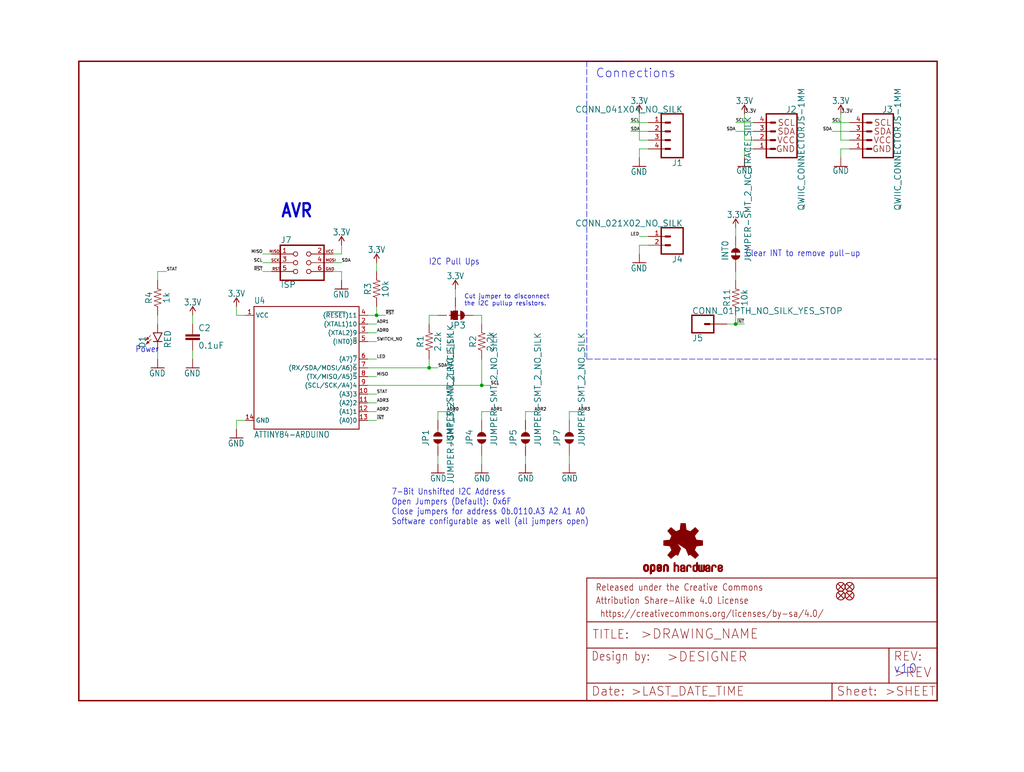
<source format=kicad_sch>
(kicad_sch (version 20211123) (generator eeschema)
  (paper "User" 297.002 223.926)
  (lib_symbols
    (symbol "eagleSchem-eagle-import:0.1UF-0603-25V-(+80{slash}-20%)"
      (property "Reference" "C" (at 1.524 2.921 0))
      (property "Value" "0.1UF-0603-25V-(+80{slash}-20%)" (at 1.524 -2.159 0))
      (symbol "0.1UF-0603-25V-(+80{slash}-20%)_1_0"
        (pin passive line (at 0 5.08 270) (length 2.54) (name "1") (number "1"))
        (pin passive line (at 0 -2.54 90) (length 2.54) (name "2") (number "2"))
      )
    )
    (symbol "eagleSchem-eagle-import:10KOHM-0603-1{slash}10W-1%"
      (property "Reference" "R" (at 0 1.524 0))
      (property "Value" "10KOHM-0603-1{slash}10W-1%" (at 0 -1.524 0))
      (symbol "10KOHM-0603-1{slash}10W-1%_1_0"
        (pin passive line (at -5.08 0 0) (length 2.54) (name "1") (number "1"))
        (pin passive line (at 5.08 0 180) (length 2.54) (name "2") (number "2"))
      )
    )
    (symbol "eagleSchem-eagle-import:1KOHM-0603-1{slash}10W-1%"
      (property "Reference" "R" (at 0 1.524 0))
      (property "Value" "1KOHM-0603-1{slash}10W-1%" (at 0 -1.524 0))
      (symbol "1KOHM-0603-1{slash}10W-1%_1_0"
        (pin passive line (at -5.08 0 0) (length 2.54) (name "1") (number "1"))
        (pin passive line (at 5.08 0 180) (length 2.54) (name "2") (number "2"))
      )
    )
    (symbol "eagleSchem-eagle-import:2.2KOHM-0603-1{slash}10W-1%"
      (property "Reference" "R" (at 0 1.524 0))
      (property "Value" "2.2KOHM-0603-1{slash}10W-1%" (at 0 -1.524 0))
      (symbol "2.2KOHM-0603-1{slash}10W-1%_1_0"
        (pin passive line (at -5.08 0 0) (length 2.54) (name "1") (number "1"))
        (pin passive line (at 5.08 0 180) (length 2.54) (name "2") (number "2"))
      )
    )
    (symbol "eagleSchem-eagle-import:3.3V" (power)
      (property "Value" "3.3V" (at 0 2.794 0))
      (symbol "3.3V_1_0"
        (pin power_in line (at 0 0 90) (length 2.54) (name "3.3V") (number "1"))
      )
    )
    (symbol "eagleSchem-eagle-import:ATTINY84-ARDUINO"
      (property "Reference" "U" (at -15.24 18.542 0))
      (property "Value" "ATTINY84-ARDUINO" (at -15.24 -20.32 0))
      (symbol "ATTINY84-ARDUINO_1_0"
        (pin bidirectional line (at -17.78 15.24 0) (length 2.54) (name "VCC") (number "1"))
        (pin bidirectional line (at 17.78 -7.62 180) (length 2.54) (name "(A3)3") (number "10"))
        (pin bidirectional line (at 17.78 -10.16 180) (length 2.54) (name "(A2)2") (number "11"))
        (pin bidirectional line (at 17.78 -12.7 180) (length 2.54) (name "(A1)1") (number "12"))
        (pin bidirectional line (at 17.78 -15.24 180) (length 2.54) (name "(A0)0") (number "13"))
        (pin bidirectional line (at -17.78 -15.24 0) (length 2.54) (name "GND") (number "14"))
        (pin bidirectional line (at 17.78 12.7 180) (length 2.54) (name "(XTAL1)10") (number "2"))
        (pin bidirectional line (at 17.78 10.16 180) (length 2.54) (name "(XTAL2)9") (number "3"))
        (pin bidirectional line (at 17.78 15.24 180) (length 2.54) (name "(~{RESET})11") (number "4"))
        (pin bidirectional line (at 17.78 7.62 180) (length 2.54) (name "(INT0)~{8}") (number "5"))
        (pin bidirectional line (at 17.78 2.54 180) (length 2.54) (name "(A7)~{7}") (number "6"))
        (pin bidirectional line (at 17.78 0 180) (length 2.54) (name "(RX/SDA/MOSI/A6)~{6}") (number "7"))
        (pin bidirectional line (at 17.78 -2.54 180) (length 2.54) (name "(TX/MISO/A5)~{5}") (number "8"))
        (pin bidirectional line (at 17.78 -5.08 180) (length 2.54) (name "(SCL/SCK/A4)4") (number "9"))
      )
    )
    (symbol "eagleSchem-eagle-import:AVR_SPI_PROG_3X2TESTPOINTS"
      (property "Reference" "J" (at -5.08 5.588 0))
      (property "Value" "AVR_SPI_PROG_3X2TESTPOINTS" (at -5.08 -7.366 0))
      (symbol "AVR_SPI_PROG_3X2TESTPOINTS_1_0"
        (text "GND" (at 8.001 -2.286 0) (effects (font (size 0.8128 0.8128)) (justify left bottom)))
        (text "MISO" (at -5.207 2.794 0) (effects (font (size 0.8128 0.8128)) (justify right bottom)))
        (text "MOSI" (at 8.001 0.254 0) (effects (font (size 0.8128 0.8128)) (justify left bottom)))
        (text "RST" (at -5.08 -2.286 0) (effects (font (size 0.8128 0.8128)) (justify right bottom)))
        (text "SCK" (at -5.207 0.254 0) (effects (font (size 0.8128 0.8128)) (justify right bottom)))
        (text "VCC" (at 8.001 2.794 0) (effects (font (size 0.8128 0.8128)) (justify left bottom)))
        (pin passive inverted (at -7.62 2.54 0) (length 7.62) (name "1") (number "1"))
        (pin passive inverted (at 10.16 2.54 180) (length 7.62) (name "2") (number "2"))
        (pin passive inverted (at -7.62 0 0) (length 7.62) (name "3") (number "3"))
        (pin passive inverted (at 10.16 0 180) (length 7.62) (name "4") (number "4"))
        (pin passive inverted (at -7.62 -2.54 0) (length 7.62) (name "5") (number "5"))
        (pin passive inverted (at 10.16 -2.54 180) (length 7.62) (name "6") (number "6"))
      )
    )
    (symbol "eagleSchem-eagle-import:CONN_01PTH_NO_SILK_YES_STOP"
      (property "Reference" "J" (at -2.54 3.048 0))
      (property "Value" "CONN_01PTH_NO_SILK_YES_STOP" (at -2.54 -4.826 0))
      (symbol "CONN_01PTH_NO_SILK_YES_STOP_1_0"
        (pin passive line (at 7.62 0 180) (length 5.08) (name "1") (number "1"))
      )
    )
    (symbol "eagleSchem-eagle-import:CONN_021X02_NO_SILK"
      (property "Reference" "J" (at -2.54 5.588 0))
      (property "Value" "CONN_021X02_NO_SILK" (at -2.54 -4.826 0))
      (symbol "CONN_021X02_NO_SILK_1_0"
        (pin passive line (at 7.62 0 180) (length 5.08) (name "1") (number "1"))
        (pin passive line (at 7.62 2.54 180) (length 5.08) (name "2") (number "2"))
      )
    )
    (symbol "eagleSchem-eagle-import:CONN_041X04_NO_SILK"
      (property "Reference" "J" (at -5.08 8.128 0))
      (property "Value" "CONN_041X04_NO_SILK" (at -5.08 -7.366 0))
      (symbol "CONN_041X04_NO_SILK_1_0"
        (pin passive line (at 5.08 -2.54 180) (length 5.08) (name "1") (number "1"))
        (pin passive line (at 5.08 0 180) (length 5.08) (name "2") (number "2"))
        (pin passive line (at 5.08 2.54 180) (length 5.08) (name "3") (number "3"))
        (pin passive line (at 5.08 5.08 180) (length 5.08) (name "4") (number "4"))
      )
    )
    (symbol "eagleSchem-eagle-import:FIDUCIALUFIDUCIAL")
    (symbol "eagleSchem-eagle-import:FRAME-LETTER"
      (symbol "FRAME-LETTER_2_0"
        (text " https://creativecommons.org/licenses/by-sa/4.0/" (at 2.54 24.13 0) (effects (font (size 1.9304 1.6408)) (justify left bottom)))
        (text ">DESIGNER" (at 23.114 11.176 0) (effects (font (size 2.7432 2.7432)) (justify left bottom)))
        (text ">DRAWING_NAME" (at 15.494 17.78 0) (effects (font (size 2.7432 2.7432)) (justify left bottom)))
        (text ">LAST_DATE_TIME" (at 12.7 1.27 0) (effects (font (size 2.54 2.54)) (justify left bottom)))
        (text ">REV" (at 88.9 6.604 0) (effects (font (size 2.7432 2.7432)) (justify left bottom)))
        (text ">SHEET" (at 86.36 1.27 0) (effects (font (size 2.54 2.54)) (justify left bottom)))
        (text "Attribution Share-Alike 4.0 License" (at 2.54 27.94 0) (effects (font (size 1.9304 1.6408)) (justify left bottom)))
        (text "Date:" (at 1.27 1.27 0) (effects (font (size 2.54 2.54)) (justify left bottom)))
        (text "Design by:" (at 1.27 11.43 0) (effects (font (size 2.54 2.159)) (justify left bottom)))
        (text "Released under the Creative Commons" (at 2.54 31.75 0) (effects (font (size 1.9304 1.6408)) (justify left bottom)))
        (text "REV:" (at 88.9 11.43 0) (effects (font (size 2.54 2.54)) (justify left bottom)))
        (text "Sheet:" (at 72.39 1.27 0) (effects (font (size 2.54 2.54)) (justify left bottom)))
        (text "TITLE:" (at 1.524 17.78 0) (effects (font (size 2.54 2.54)) (justify left bottom)))
      )
    )
    (symbol "eagleSchem-eagle-import:GND" (power)
      (property "Value" "GND" (at -2.54 -2.54 0))
      (symbol "GND_1_0"
        (pin power_in line (at 0 2.54 270) (length 2.54) (name "GND") (number "1"))
      )
    )
    (symbol "eagleSchem-eagle-import:JUMPER-SMT_2_NC_TRACE_SILK"
      (property "Reference" "JP" (at -2.54 2.54 0))
      (property "Value" "JUMPER-SMT_2_NC_TRACE_SILK" (at -2.54 -2.54 0))
      (symbol "JUMPER-SMT_2_NC_TRACE_SILK_1_0"
        (pin passive line (at -5.08 0 0) (length 2.54) (name "1") (number "1"))
        (pin passive line (at 5.08 0 180) (length 2.54) (name "2") (number "2"))
      )
    )
    (symbol "eagleSchem-eagle-import:JUMPER-SMT_2_NO_SILK"
      (property "Reference" "JP" (at -2.54 2.54 0))
      (property "Value" "JUMPER-SMT_2_NO_SILK" (at -2.54 -2.54 0))
      (symbol "JUMPER-SMT_2_NO_SILK_1_0"
        (pin passive line (at -5.08 0 0) (length 2.54) (name "1") (number "1"))
        (pin passive line (at 5.08 0 180) (length 2.54) (name "2") (number "2"))
      )
    )
    (symbol "eagleSchem-eagle-import:JUMPER-SMT_3_2-NC_TRACE_SILK"
      (property "Reference" "JP" (at 2.54 0.381 0))
      (property "Value" "JUMPER-SMT_3_2-NC_TRACE_SILK" (at 2.54 -0.381 0))
      (symbol "JUMPER-SMT_3_2-NC_TRACE_SILK_1_0"
        (pin passive line (at 0 5.08 270) (length 2.54) (name "1") (number "1"))
        (pin passive line (at -5.08 0 0) (length 2.54) (name "2") (number "2"))
        (pin passive line (at 0 -5.08 90) (length 2.54) (name "3") (number "3"))
      )
    )
    (symbol "eagleSchem-eagle-import:LED-RED0603"
      (property "Reference" "D" (at -3.429 -4.572 90))
      (property "Value" "LED-RED0603" (at 1.905 -4.572 90))
      (symbol "LED-RED0603_1_0"
        (pin passive line (at 0 2.54 270) (length 2.54) (name "A") (number "A"))
        (pin passive line (at 0 -5.08 90) (length 2.54) (name "C") (number "C"))
      )
    )
    (symbol "eagleSchem-eagle-import:OSHW-LOGOMINI")
    (symbol "eagleSchem-eagle-import:QWIIC_CONNECTORJS-1MM"
      (property "Reference" "J" (at -5.08 7.874 0))
      (property "Value" "QWIIC_CONNECTORJS-1MM" (at -5.08 -5.334 0))
      (symbol "QWIIC_CONNECTORJS-1MM_1_0"
        (text "GND" (at -4.572 -2.54 0) (effects (font (size 1.778 1.778)) (justify left)))
        (text "SCL" (at -4.572 5.08 0) (effects (font (size 1.778 1.778)) (justify left)))
        (text "SDA" (at -4.572 2.54 0) (effects (font (size 1.778 1.778)) (justify left)))
        (text "VCC" (at -4.572 0 0) (effects (font (size 1.778 1.778)) (justify left)))
        (pin power_in line (at 7.62 -2.54 180) (length 5.08) (name "1") (number "1"))
        (pin power_in line (at 7.62 0 180) (length 5.08) (name "2") (number "2"))
        (pin passive line (at 7.62 2.54 180) (length 5.08) (name "3") (number "3"))
        (pin passive line (at 7.62 5.08 180) (length 5.08) (name "4") (number "4"))
      )
    )
    (symbol "eagleSchem-eagle-import:VCC" (power)
      (property "Value" "VCC" (at 0 2.794 0))
      (symbol "VCC_1_0"
        (pin power_in line (at 0 0 90) (length 2.54) (name "VCC") (number "1"))
      )
    )
  )
  (junction (at 109.22 91.44))
  (junction (at 213.36 93.98))
  (junction (at 139.7 111.76))
  (junction (at 124.46 106.68))
  (wire (pts (xy 215.9 40.64) (xy 218.44 40.64)))
  (wire (pts (xy 246.38 38.1) (xy 241.3 38.1)))
  (wire (pts (xy 106.68 93.98) (xy 109.22 93.98)))
  (wire (pts (xy 45.72 78.74) (xy 48.26 78.74)))
  (wire (pts (xy 127 91.44) (xy 124.46 91.44)))
  (wire (pts (xy 187.96 35.56) (xy 182.88 35.56)))
  (wire (pts (xy 78.74 78.74) (xy 76.2 78.74)))
  (wire (pts (xy 127 121.92) (xy 127 119.38)))
  (wire (pts (xy 215.9 43.18) (xy 215.9 45.72)))
  (wire (pts (xy 185.42 45.72) (xy 185.42 43.18)))
  (wire (pts (xy 187.96 40.64) (xy 185.42 40.64)))
  (wire (pts (xy 187.96 43.18) (xy 185.42 43.18)))
  (wire (pts (xy 213.36 91.44) (xy 213.36 93.98)))
  (wire (pts (xy 187.96 38.1) (xy 182.88 38.1)))
  (wire (pts (xy 185.42 71.12) (xy 185.42 73.66)))
  (wire (pts (xy 68.58 121.92) (xy 68.58 124.46)))
  (wire (pts (xy 106.68 116.84) (xy 109.22 116.84)))
  (polyline (pts (xy 180.34 17.78) (xy 170.18 17.78)))
  (wire (pts (xy 246.38 35.56) (xy 241.3 35.56)))
  (wire (pts (xy 109.22 78.74) (xy 109.22 76.2)))
  (wire (pts (xy 71.12 121.92) (xy 68.58 121.92)))
  (wire (pts (xy 165.1 119.38) (xy 167.64 119.38)))
  (wire (pts (xy 139.7 121.92) (xy 139.7 119.38)))
  (wire (pts (xy 109.22 91.44) (xy 109.22 88.9)))
  (wire (pts (xy 55.88 101.6) (xy 55.88 104.14)))
  (wire (pts (xy 55.88 93.98) (xy 55.88 91.44)))
  (wire (pts (xy 139.7 104.14) (xy 139.7 111.76)))
  (wire (pts (xy 218.44 43.18) (xy 215.9 43.18)))
  (wire (pts (xy 106.68 104.14) (xy 109.22 104.14)))
  (wire (pts (xy 127 119.38) (xy 129.54 119.38)))
  (wire (pts (xy 187.96 71.12) (xy 185.42 71.12)))
  (wire (pts (xy 124.46 91.44) (xy 124.46 93.98)))
  (wire (pts (xy 106.68 111.76) (xy 139.7 111.76)))
  (polyline (pts (xy 170.18 17.78) (xy 170.18 104.14)))
  (wire (pts (xy 139.7 132.08) (xy 139.7 134.62)))
  (wire (pts (xy 106.68 91.44) (xy 109.22 91.44)))
  (wire (pts (xy 139.7 91.44) (xy 139.7 93.98)))
  (wire (pts (xy 99.06 78.74) (xy 99.06 81.28)))
  (wire (pts (xy 213.36 93.98) (xy 215.9 93.98)))
  (wire (pts (xy 152.4 121.92) (xy 152.4 119.38)))
  (wire (pts (xy 215.9 33.02) (xy 215.9 40.64)))
  (wire (pts (xy 218.44 35.56) (xy 213.36 35.56)))
  (wire (pts (xy 124.46 106.68) (xy 127 106.68)))
  (wire (pts (xy 185.42 33.02) (xy 185.42 40.64)))
  (wire (pts (xy 152.4 119.38) (xy 154.94 119.38)))
  (wire (pts (xy 45.72 104.14) (xy 45.72 101.6)))
  (wire (pts (xy 213.36 66.04) (xy 213.36 68.58)))
  (wire (pts (xy 106.68 119.38) (xy 109.22 119.38)))
  (wire (pts (xy 68.58 91.44) (xy 68.58 88.9)))
  (wire (pts (xy 246.38 43.18) (xy 243.84 43.18)))
  (wire (pts (xy 78.74 73.66) (xy 76.2 73.66)))
  (wire (pts (xy 243.84 33.02) (xy 243.84 40.64)))
  (wire (pts (xy 106.68 96.52) (xy 109.22 96.52)))
  (wire (pts (xy 106.68 99.06) (xy 109.22 99.06)))
  (polyline (pts (xy 170.18 104.14) (xy 271.78 104.14)))
  (wire (pts (xy 106.68 109.22) (xy 109.22 109.22)))
  (wire (pts (xy 139.7 111.76) (xy 142.24 111.76)))
  (wire (pts (xy 96.52 78.74) (xy 99.06 78.74)))
  (wire (pts (xy 45.72 81.28) (xy 45.72 78.74)))
  (wire (pts (xy 132.08 86.36) (xy 132.08 83.82)))
  (wire (pts (xy 106.68 121.92) (xy 109.22 121.92)))
  (wire (pts (xy 165.1 132.08) (xy 165.1 134.62)))
  (wire (pts (xy 210.82 93.98) (xy 213.36 93.98)))
  (wire (pts (xy 106.68 106.68) (xy 124.46 106.68)))
  (wire (pts (xy 139.7 119.38) (xy 142.24 119.38)))
  (wire (pts (xy 165.1 121.92) (xy 165.1 119.38)))
  (wire (pts (xy 218.44 38.1) (xy 213.36 38.1)))
  (wire (pts (xy 213.36 78.74) (xy 213.36 81.28)))
  (wire (pts (xy 152.4 132.08) (xy 152.4 134.62)))
  (wire (pts (xy 243.84 40.64) (xy 246.38 40.64)))
  (wire (pts (xy 99.06 71.12) (xy 99.06 73.66)))
  (wire (pts (xy 187.96 68.58) (xy 185.42 68.58)))
  (wire (pts (xy 243.84 43.18) (xy 243.84 45.72)))
  (wire (pts (xy 78.74 76.2) (xy 76.2 76.2)))
  (wire (pts (xy 137.16 91.44) (xy 139.7 91.44)))
  (wire (pts (xy 96.52 76.2) (xy 99.06 76.2)))
  (wire (pts (xy 124.46 104.14) (xy 124.46 106.68)))
  (wire (pts (xy 71.12 91.44) (xy 68.58 91.44)))
  (wire (pts (xy 96.52 73.66) (xy 99.06 73.66)))
  (wire (pts (xy 127 132.08) (xy 127 134.62)))
  (wire (pts (xy 106.68 114.3) (xy 109.22 114.3)))
  (wire (pts (xy 45.72 93.98) (xy 45.72 91.44)))
  (wire (pts (xy 109.22 91.44) (xy 111.76 91.44)))
  (text "Cut jumper to disconnect\nthe I2C pullup resistors." (at 134.62 88.9 180) (effects (font (size 1.27 1.27)) (justify left bottom)))
  (text "7-Bit Unshifted I2C Address\nOpen Jumpers (Default): 0x6F\nClose jumpers for address 0b.0110.A3 A2 A1 A0\nSoftware configurable as well (all jumpers open)" (at 113.538 152.4 180) (effects (font (size 1.778 1.5113)) (justify left bottom)))
  (text "v10" (at 259.08 195.58 180) (effects (font (size 2.54 2.54)) (justify left bottom)))
  (text "AVR" (at 81.28 63.5 180) (effects (font (size 3.81 3.2385) (thickness 0.6477) bold) (justify left bottom)))
  (text "Clear INT to remove pull-up" (at 216.154 74.676 180) (effects (font (size 1.778 1.5113)) (justify left bottom)))
  (text "Power" (at 39.243 102.489 180) (effects (font (size 1.778 1.5113)) (justify left bottom)))
  (text "Connections" (at 172.72 22.86 180) (effects (font (size 2.54 2.54)) (justify left bottom)))
  (text "I2C Pull Ups" (at 124.333 77.089 180) (effects (font (size 1.778 1.5113)) (justify left bottom)))
  (label "ADR0" (at 109.22 96.52 0) (effects (font (size 0.889 0.889))))
  (label "~{RST}" (at 76.2 78.74 180) (effects (font (size 0.889 0.889))))
  (label "LED" (at 109.22 104.14 0) (effects (font (size 0.889 0.889))))
  (label "SDA" (at 99.06 76.2 0) (effects (font (size 0.889 0.889))))
  (label "SDA" (at 127 106.68 0) (effects (font (size 0.889 0.889))))
  (label "~{INT}" (at 109.22 121.92 0) (effects (font (size 0.889 0.889))))
  (label "SDA" (at 182.88 38.1 0) (effects (font (size 0.889 0.889))))
  (label "SWITCH_NO" (at 109.22 99.06 0) (effects (font (size 0.889 0.889))))
  (label "SCL" (at 142.24 111.76 0) (effects (font (size 0.889 0.889))))
  (label "ADR3" (at 109.22 116.84 0) (effects (font (size 0.889 0.889))))
  (label "SDA" (at 241.3 38.1 180) (effects (font (size 0.889 0.889))))
  (label "3.3V" (at 243.84 33.02 0) (effects (font (size 1.016 1.016))))
  (label "ADR2" (at 154.94 119.38 0) (effects (font (size 0.889 0.889))))
  (label "ADR1" (at 109.22 93.98 0) (effects (font (size 0.889 0.889))))
  (label "STAT" (at 48.26 78.74 0) (effects (font (size 0.889 0.889))))
  (label "~{RST}" (at 111.76 91.44 0) (effects (font (size 0.889 0.889))))
  (label "ADR1" (at 142.24 119.38 0) (effects (font (size 0.889 0.889))))
  (label "SCL" (at 213.36 35.56 0) (effects (font (size 0.889 0.889))))
  (label "MISO" (at 109.22 109.22 0) (effects (font (size 0.889 0.889))))
  (label "SCL" (at 241.3 35.56 0) (effects (font (size 0.889 0.889))))
  (label "SCL" (at 182.88 35.56 0) (effects (font (size 0.889 0.889))))
  (label "ADR0" (at 129.54 119.38 0) (effects (font (size 0.889 0.889))))
  (label "LED" (at 185.42 68.58 180) (effects (font (size 0.889 0.889))))
  (label "STAT" (at 109.22 114.3 0) (effects (font (size 0.889 0.889))))
  (label "ADR2" (at 109.22 119.38 0) (effects (font (size 0.889 0.889))))
  (label "SCL" (at 76.2 76.2 180) (effects (font (size 0.889 0.889))))
  (label "ADR3" (at 167.64 119.38 0) (effects (font (size 0.889 0.889))))
  (label "~{INT}" (at 215.9 93.98 180) (effects (font (size 0.889 0.889))))
  (label "3.3V" (at 215.9 33.02 0) (effects (font (size 1.016 1.016))))
  (label "MISO" (at 76.2 73.66 180) (effects (font (size 0.889 0.889))))
  (label "SDA" (at 213.36 38.1 180) (effects (font (size 0.889 0.889))))
  (symbol (lib_id "eagleSchem-eagle-import:GND") (at 185.42 76.2 0) (unit 1)
    (property "Reference" "#GND1" (effects hide))
    (property "Value" "GND" (at 182.88 78.74 0) (effects (font (size 1.778 1.5113)) (justify left bottom)))
    (property "Footprint" "eagleSchem:" (effects hide))
  )
  (symbol (lib_id "eagleSchem-eagle-import:3.3V") (at 213.36 66.04 0) (unit 1)
    (property "Reference" "#SUPPLY5" (effects hide))
    (property "Value" "3.3V" (at 213.36 63.246 0) (effects (font (size 1.778 1.5113)) (justify bottom)))
    (property "Footprint" "eagleSchem:" (effects hide))
  )
  (symbol (lib_id "eagleSchem-eagle-import:JUMPER-SMT_2_NO_SILK") (at 127 127 90) (unit 1)
    (property "Reference" "JP1" (at 124.46 129.54 0) (effects (font (size 1.778 1.778)) (justify left bottom)))
    (property "Value" "JUMPER-SMT_2_NO_SILK" (at 129.54 129.54 0) (effects (font (size 1.778 1.778)) (justify left top)))
    (property "Footprint" "eagleSchem:SMT-JUMPER_2_NO_SILK" (effects hide))
  )
  (symbol (lib_id "eagleSchem-eagle-import:OSHW-LOGOMINI") (at 198.12 157.48 0) (unit 1)
    (property "Reference" "LOGO1" (effects hide))
    (property "Value" "OSHW-LOGOMINI" (effects hide))
    (property "Footprint" "eagleSchem:OSHW-LOGO-MINI" (effects hide))
  )
  (symbol (lib_id "eagleSchem-eagle-import:FIDUCIALUFIDUCIAL") (at 243.84 172.72 0) (unit 1)
    (property "Reference" "JP8" (effects hide))
    (property "Value" "FIDUCIALUFIDUCIAL" (effects hide))
    (property "Footprint" "eagleSchem:MICRO-FIDUCIAL" (effects hide))
  )
  (symbol (lib_id "eagleSchem-eagle-import:GND") (at 45.72 106.68 0) (unit 1)
    (property "Reference" "#GND10" (effects hide))
    (property "Value" "GND" (at 43.18 109.22 0) (effects (font (size 1.778 1.5113)) (justify left bottom)))
    (property "Footprint" "eagleSchem:" (effects hide))
  )
  (symbol (lib_id "eagleSchem-eagle-import:AVR_SPI_PROG_3X2TESTPOINTS") (at 86.36 76.2 0) (unit 1)
    (property "Reference" "J7" (at 81.28 70.612 0) (effects (font (size 1.778 1.778)) (justify left bottom)))
    (property "Value" "ISP" (at 81.28 83.566 0) (effects (font (size 1.778 1.778)) (justify left bottom)))
    (property "Footprint" "eagleSchem:2X3_TEST_POINTS" (effects hide))
  )
  (symbol (lib_id "eagleSchem-eagle-import:FIDUCIALUFIDUCIAL") (at 246.38 170.18 0) (unit 1)
    (property "Reference" "JP6" (effects hide))
    (property "Value" "FIDUCIALUFIDUCIAL" (effects hide))
    (property "Footprint" "eagleSchem:MICRO-FIDUCIAL" (effects hide))
  )
  (symbol (lib_id "eagleSchem-eagle-import:3.3V") (at 185.42 33.02 0) (unit 1)
    (property "Reference" "#SUPPLY12" (effects hide))
    (property "Value" "3.3V" (at 185.42 30.226 0) (effects (font (size 1.778 1.5113)) (justify bottom)))
    (property "Footprint" "eagleSchem:" (effects hide))
  )
  (symbol (lib_id "eagleSchem-eagle-import:JUMPER-SMT_2_NO_SILK") (at 152.4 127 90) (unit 1)
    (property "Reference" "JP5" (at 149.86 129.54 0) (effects (font (size 1.778 1.778)) (justify left bottom)))
    (property "Value" "JUMPER-SMT_2_NO_SILK" (at 154.94 129.54 0) (effects (font (size 1.778 1.778)) (justify left top)))
    (property "Footprint" "eagleSchem:SMT-JUMPER_2_NO_SILK" (effects hide))
  )
  (symbol (lib_id "eagleSchem-eagle-import:QWIIC_CONNECTORJS-1MM") (at 226.06 40.64 0) (mirror y) (unit 1)
    (property "Reference" "J2" (at 231.14 32.766 0) (effects (font (size 1.778 1.778)) (justify left bottom)))
    (property "Value" "QWIIC_CONNECTORJS-1MM" (at 231.394 25.4 90) (effects (font (size 1.778 1.778)) (justify right bottom)))
    (property "Footprint" "eagleSchem:JST04_1MM_RA" (effects hide))
  )
  (symbol (lib_id "eagleSchem-eagle-import:10KOHM-0603-1{slash}10W-1%") (at 109.22 83.82 90) (unit 1)
    (property "Reference" "R3" (at 107.696 83.82 0) (effects (font (size 1.778 1.778)) (justify bottom)))
    (property "Value" "10k" (at 110.744 83.82 0) (effects (font (size 1.778 1.778)) (justify top)))
    (property "Footprint" "eagleSchem:0603" (effects hide))
  )
  (symbol (lib_id "eagleSchem-eagle-import:FRAME-LETTER") (at 22.86 203.2 0) (unit 1)
    (property "Reference" "FRAME1" (effects hide))
    (property "Value" "FRAME-LETTER" (effects hide))
    (property "Footprint" "eagleSchem:CREATIVE_COMMONS" (effects hide))
  )
  (symbol (lib_id "eagleSchem-eagle-import:3.3V") (at 55.88 91.44 0) (unit 1)
    (property "Reference" "#SUPPLY2" (effects hide))
    (property "Value" "3.3V" (at 55.88 88.646 0) (effects (font (size 1.778 1.5113)) (justify bottom)))
    (property "Footprint" "eagleSchem:" (effects hide))
  )
  (symbol (lib_id "eagleSchem-eagle-import:GND") (at 139.7 137.16 0) (mirror y) (unit 1)
    (property "Reference" "#GND2" (effects hide))
    (property "Value" "GND" (at 142.24 139.7 0) (effects (font (size 1.778 1.5113)) (justify left bottom)))
    (property "Footprint" "eagleSchem:" (effects hide))
  )
  (symbol (lib_id "eagleSchem-eagle-import:GND") (at 243.84 48.26 0) (unit 1)
    (property "Reference" "#GND6" (effects hide))
    (property "Value" "GND" (at 243.84 48.514 0) (effects (font (size 1.778 1.5113)) (justify top)))
    (property "Footprint" "eagleSchem:" (effects hide))
  )
  (symbol (lib_id "eagleSchem-eagle-import:FIDUCIALUFIDUCIAL") (at 246.38 172.72 0) (unit 1)
    (property "Reference" "JP9" (effects hide))
    (property "Value" "FIDUCIALUFIDUCIAL" (effects hide))
    (property "Footprint" "eagleSchem:MICRO-FIDUCIAL" (effects hide))
  )
  (symbol (lib_id "eagleSchem-eagle-import:2.2KOHM-0603-1{slash}10W-1%") (at 139.7 99.06 90) (unit 1)
    (property "Reference" "R2" (at 138.176 99.06 0) (effects (font (size 1.778 1.778)) (justify bottom)))
    (property "Value" "2.2k" (at 141.224 99.06 0) (effects (font (size 1.778 1.778)) (justify top)))
    (property "Footprint" "eagleSchem:0603" (effects hide))
  )
  (symbol (lib_id "eagleSchem-eagle-import:CONN_021X02_NO_SILK") (at 195.58 68.58 180) (unit 1)
    (property "Reference" "J4" (at 198.12 74.168 0) (effects (font (size 1.778 1.778)) (justify left bottom)))
    (property "Value" "CONN_021X02_NO_SILK" (at 198.12 63.754 0) (effects (font (size 1.778 1.778)) (justify left bottom)))
    (property "Footprint" "eagleSchem:1X02_NO_SILK" (effects hide))
  )
  (symbol (lib_id "eagleSchem-eagle-import:VCC") (at 243.84 33.02 0) (unit 1)
    (property "Reference" "#SUPPLY7" (effects hide))
    (property "Value" "3.3V" (at 243.84 30.226 0) (effects (font (size 1.778 1.5113)) (justify bottom)))
    (property "Footprint" "eagleSchem:" (effects hide))
  )
  (symbol (lib_id "eagleSchem-eagle-import:1KOHM-0603-1{slash}10W-1%") (at 45.72 86.36 90) (unit 1)
    (property "Reference" "R4" (at 44.196 86.36 0) (effects (font (size 1.778 1.778)) (justify bottom)))
    (property "Value" "1k" (at 47.244 86.36 0) (effects (font (size 1.778 1.778)) (justify top)))
    (property "Footprint" "eagleSchem:0603" (effects hide))
  )
  (symbol (lib_id "eagleSchem-eagle-import:JUMPER-SMT_2_NO_SILK") (at 139.7 127 90) (unit 1)
    (property "Reference" "JP4" (at 137.16 129.54 0) (effects (font (size 1.778 1.778)) (justify left bottom)))
    (property "Value" "JUMPER-SMT_2_NO_SILK" (at 142.24 129.54 0) (effects (font (size 1.778 1.778)) (justify left top)))
    (property "Footprint" "eagleSchem:SMT-JUMPER_2_NO_SILK" (effects hide))
  )
  (symbol (lib_id "eagleSchem-eagle-import:ATTINY84-ARDUINO") (at 88.9 106.68 0) (unit 1)
    (property "Reference" "U4" (at 73.66 88.138 0) (effects (font (size 1.778 1.5113)) (justify left bottom)))
    (property "Value" "ATTINY84-ARDUINO" (at 73.66 127 0) (effects (font (size 1.778 1.5113)) (justify left bottom)))
    (property "Footprint" "eagleSchem:SO14" (effects hide))
  )
  (symbol (lib_id "eagleSchem-eagle-import:3.3V") (at 109.22 76.2 0) (unit 1)
    (property "Reference" "#SUPPLY18" (effects hide))
    (property "Value" "3.3V" (at 109.22 73.406 0) (effects (font (size 1.778 1.5113)) (justify bottom)))
    (property "Footprint" "eagleSchem:" (effects hide))
  )
  (symbol (lib_id "eagleSchem-eagle-import:JUMPER-SMT_2_NC_TRACE_SILK") (at 213.36 73.66 90) (unit 1)
    (property "Reference" "INT0" (at 211.328 75.692 0) (effects (font (size 1.778 1.778)) (justify left bottom)))
    (property "Value" "JUMPER-SMT_2_NC_TRACE_SILK" (at 215.9 76.2 0) (effects (font (size 1.778 1.778)) (justify left top)))
    (property "Footprint" "eagleSchem:SMT-JUMPER_2_NC_TRACE_SILK" (effects hide))
  )
  (symbol (lib_id "eagleSchem-eagle-import:3.3V") (at 68.58 88.9 0) (unit 1)
    (property "Reference" "#SUPPLY17" (effects hide))
    (property "Value" "3.3V" (at 68.58 86.106 0) (effects (font (size 1.778 1.5113)) (justify bottom)))
    (property "Footprint" "eagleSchem:" (effects hide))
  )
  (symbol (lib_id "eagleSchem-eagle-import:FIDUCIALUFIDUCIAL") (at 243.84 170.18 0) (unit 1)
    (property "Reference" "JP2" (effects hide))
    (property "Value" "FIDUCIALUFIDUCIAL" (effects hide))
    (property "Footprint" "eagleSchem:MICRO-FIDUCIAL" (effects hide))
  )
  (symbol (lib_id "eagleSchem-eagle-import:LED-RED0603") (at 45.72 96.52 0) (unit 1)
    (property "Reference" "D1" (at 42.291 101.092 90) (effects (font (size 1.778 1.778)) (justify left bottom)))
    (property "Value" "RED" (at 47.625 101.092 90) (effects (font (size 1.778 1.778)) (justify left top)))
    (property "Footprint" "eagleSchem:LED-0603" (effects hide))
  )
  (symbol (lib_id "eagleSchem-eagle-import:10KOHM-0603-1{slash}10W-1%") (at 213.36 86.36 90) (unit 1)
    (property "Reference" "R11" (at 211.836 86.36 0) (effects (font (size 1.778 1.778)) (justify bottom)))
    (property "Value" "10k" (at 214.884 86.36 0) (effects (font (size 1.778 1.778)) (justify top)))
    (property "Footprint" "eagleSchem:0603" (effects hide))
  )
  (symbol (lib_id "eagleSchem-eagle-import:CONN_041X04_NO_SILK") (at 193.04 38.1 180) (unit 1)
    (property "Reference" "J1" (at 198.12 46.228 0) (effects (font (size 1.778 1.778)) (justify left bottom)))
    (property "Value" "CONN_041X04_NO_SILK" (at 198.12 30.734 0) (effects (font (size 1.778 1.778)) (justify left bottom)))
    (property "Footprint" "eagleSchem:1X04_NO_SILK" (effects hide))
  )
  (symbol (lib_id "eagleSchem-eagle-import:3.3V") (at 132.08 83.82 0) (unit 1)
    (property "Reference" "#SUPPLY15" (effects hide))
    (property "Value" "3.3V" (at 132.08 81.026 0) (effects (font (size 1.778 1.5113)) (justify bottom)))
    (property "Footprint" "eagleSchem:" (effects hide))
  )
  (symbol (lib_id "eagleSchem-eagle-import:GND") (at 152.4 137.16 0) (mirror y) (unit 1)
    (property "Reference" "#GND3" (effects hide))
    (property "Value" "GND" (at 154.94 139.7 0) (effects (font (size 1.778 1.5113)) (justify left bottom)))
    (property "Footprint" "eagleSchem:" (effects hide))
  )
  (symbol (lib_id "eagleSchem-eagle-import:JUMPER-SMT_2_NO_SILK") (at 165.1 127 90) (unit 1)
    (property "Reference" "JP7" (at 162.56 129.54 0) (effects (font (size 1.778 1.778)) (justify left bottom)))
    (property "Value" "JUMPER-SMT_2_NO_SILK" (at 167.64 129.54 0) (effects (font (size 1.778 1.778)) (justify left top)))
    (property "Footprint" "eagleSchem:SMT-JUMPER_2_NO_SILK" (effects hide))
  )
  (symbol (lib_id "eagleSchem-eagle-import:2.2KOHM-0603-1{slash}10W-1%") (at 124.46 99.06 90) (unit 1)
    (property "Reference" "R1" (at 122.936 99.06 0) (effects (font (size 1.778 1.778)) (justify bottom)))
    (property "Value" "2.2k" (at 125.984 99.06 0) (effects (font (size 1.778 1.778)) (justify top)))
    (property "Footprint" "eagleSchem:0603" (effects hide))
  )
  (symbol (lib_id "eagleSchem-eagle-import:3.3V") (at 99.06 71.12 0) (unit 1)
    (property "Reference" "#SUPPLY19" (effects hide))
    (property "Value" "3.3V" (at 99.06 68.326 0) (effects (font (size 1.778 1.5113)) (justify bottom)))
    (property "Footprint" "eagleSchem:" (effects hide))
  )
  (symbol (lib_id "eagleSchem-eagle-import:FRAME-LETTER") (at 170.18 203.2 0) (unit 2)
    (property "Reference" "FRAME1" (effects hide))
    (property "Value" "FRAME-LETTER" (effects hide))
    (property "Footprint" "eagleSchem:CREATIVE_COMMONS" (effects hide))
  )
  (symbol (lib_id "eagleSchem-eagle-import:GND") (at 185.42 48.26 0) (unit 1)
    (property "Reference" "#GND8" (effects hide))
    (property "Value" "GND" (at 182.88 50.8 0) (effects (font (size 1.778 1.5113)) (justify left bottom)))
    (property "Footprint" "eagleSchem:" (effects hide))
  )
  (symbol (lib_id "eagleSchem-eagle-import:GND") (at 215.9 48.26 0) (unit 1)
    (property "Reference" "#GND4" (effects hide))
    (property "Value" "GND" (at 215.9 48.514 0) (effects (font (size 1.778 1.5113)) (justify top)))
    (property "Footprint" "eagleSchem:" (effects hide))
  )
  (symbol (lib_id "eagleSchem-eagle-import:CONN_01PTH_NO_SILK_YES_STOP") (at 203.2 93.98 0) (mirror x) (unit 1)
    (property "Reference" "J5" (at 200.66 97.028 0) (effects (font (size 1.778 1.778)) (justify left bottom)))
    (property "Value" "CONN_01PTH_NO_SILK_YES_STOP" (at 200.66 89.154 0) (effects (font (size 1.778 1.778)) (justify left bottom)))
    (property "Footprint" "eagleSchem:1X01_NO_SILK" (effects hide))
  )
  (symbol (lib_id "eagleSchem-eagle-import:GND") (at 99.06 83.82 0) (unit 1)
    (property "Reference" "#GND14" (effects hide))
    (property "Value" "GND" (at 96.52 86.36 0) (effects (font (size 1.778 1.5113)) (justify left bottom)))
    (property "Footprint" "eagleSchem:" (effects hide))
  )
  (symbol (lib_id "eagleSchem-eagle-import:QWIIC_CONNECTORJS-1MM") (at 254 40.64 0) (mirror y) (unit 1)
    (property "Reference" "J3" (at 259.08 32.766 0) (effects (font (size 1.778 1.778)) (justify left bottom)))
    (property "Value" "QWIIC_CONNECTORJS-1MM" (at 259.334 25.4 90) (effects (font (size 1.778 1.778)) (justify right bottom)))
    (property "Footprint" "eagleSchem:JST04_1MM_RA" (effects hide))
  )
  (symbol (lib_id "eagleSchem-eagle-import:JUMPER-SMT_3_2-NC_TRACE_SILK") (at 132.08 91.44 270) (unit 1)
    (property "Reference" "JP3" (at 130.048 95.377 90) (effects (font (size 1.778 1.778)) (justify left bottom)))
    (property "Value" "JUMPER-SMT_3_2-NC_TRACE_SILK" (at 131.699 93.98 0) (effects (font (size 1.778 1.778)) (justify left top)))
    (property "Footprint" "eagleSchem:SMT-JUMPER_3_2-NC_TRACE_SILK" (effects hide))
  )
  (symbol (lib_id "eagleSchem-eagle-import:VCC") (at 215.9 33.02 0) (unit 1)
    (property "Reference" "#SUPPLY6" (effects hide))
    (property "Value" "3.3V" (at 215.9 30.226 0) (effects (font (size 1.778 1.5113)) (justify bottom)))
    (property "Footprint" "eagleSchem:" (effects hide))
  )
  (symbol (lib_id "eagleSchem-eagle-import:0.1UF-0603-25V-(+80{slash}-20%)") (at 55.88 99.06 0) (unit 1)
    (property "Reference" "C2" (at 57.404 96.139 0) (effects (font (size 1.778 1.778)) (justify left bottom)))
    (property "Value" "0.1uF" (at 57.404 101.219 0) (effects (font (size 1.778 1.778)) (justify left bottom)))
    (property "Footprint" "eagleSchem:0603" (effects hide))
  )
  (symbol (lib_id "eagleSchem-eagle-import:GND") (at 127 137.16 0) (mirror y) (unit 1)
    (property "Reference" "#GND12" (effects hide))
    (property "Value" "GND" (at 129.54 139.7 0) (effects (font (size 1.778 1.5113)) (justify left bottom)))
    (property "Footprint" "eagleSchem:" (effects hide))
  )
  (symbol (lib_id "eagleSchem-eagle-import:GND") (at 165.1 137.16 0) (mirror y) (unit 1)
    (property "Reference" "#GND5" (effects hide))
    (property "Value" "GND" (at 167.64 139.7 0) (effects (font (size 1.778 1.5113)) (justify left bottom)))
    (property "Footprint" "eagleSchem:" (effects hide))
  )
  (symbol (lib_id "eagleSchem-eagle-import:GND") (at 68.58 127 0) (unit 1)
    (property "Reference" "#GND13" (effects hide))
    (property "Value" "GND" (at 66.04 129.54 0) (effects (font (size 1.778 1.5113)) (justify left bottom)))
    (property "Footprint" "eagleSchem:" (effects hide))
  )
  (symbol (lib_id "eagleSchem-eagle-import:GND") (at 55.88 106.68 0) (unit 1)
    (property "Reference" "#GND7" (effects hide))
    (property "Value" "GND" (at 53.34 109.22 0) (effects (font (size 1.778 1.5113)) (justify left bottom)))
    (property "Footprint" "eagleSchem:" (effects hide))
  )
)
</source>
